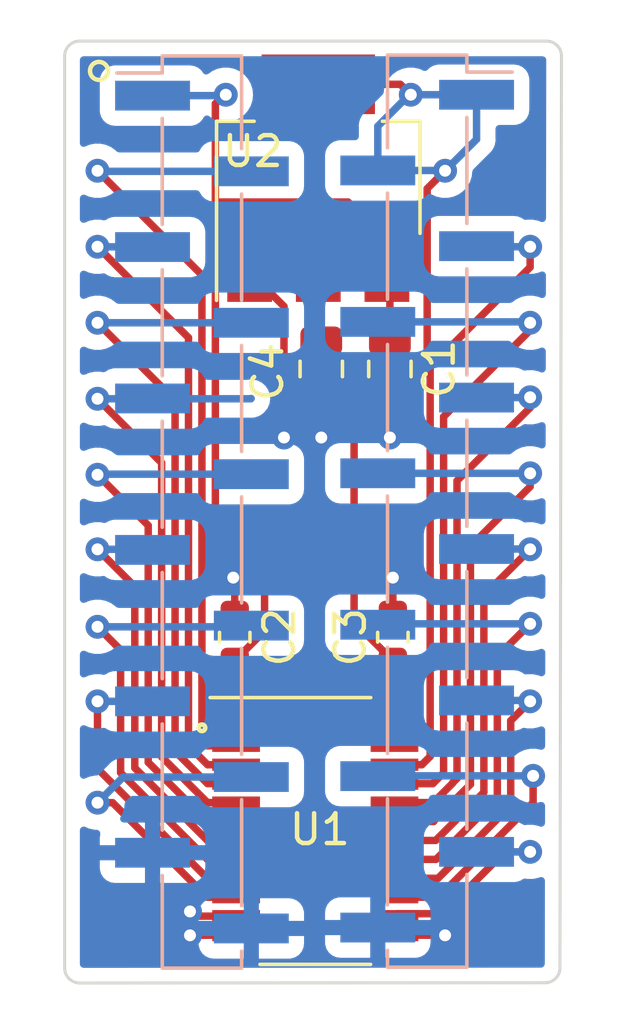
<source format=kicad_pcb>
(kicad_pcb (version 20211014) (generator pcbnew)
  (layers (0 "F.Cu" signal) (31 "B.Cu" signal) (34 "B.Paste" user) (35 "F.Paste" user) (36 "B.SilkS" user "B.Silkscreen") (37 "F.SilkS" user "F.Silkscreen") (38 "B.Mask" user) (39 "F.Mask" user) (44 "Edge.Cuts" user))
  (net 0 "")
  (net 1 "GND")
  (net 2 "+5V")
  (net 3 "+3V3")
  (net 4 "Net-(J1-Pad10)")
  (net 5 "Net-(J1-Pad9)")
  (net 6 "Net-(J1-Pad8)")
  (net 7 "Net-(J1-Pad7)")
  (net 8 "Net-(J1-Pad6)")
  (net 9 "Net-(J1-Pad5)")
  (net 10 "Net-(J1-Pad4)")
  (net 11 "Net-(J1-Pad3)")
  (net 12 "Net-(J1-Pad2)")
  (net 13 "Net-(J2-Pad11)")
  (net 14 "Net-(J2-Pad10)")
  (net 15 "Net-(J2-Pad9)")
  (net 16 "Net-(J2-Pad8)")
  (net 17 "Net-(J2-Pad7)")
  (net 18 "Net-(J2-Pad6)")
  (net 19 "Net-(J2-Pad5)")
  (net 20 "Net-(J2-Pad4)")
  (net 21 "Net-(J2-Pad3)")
  (footprint "Capacitor_SMD:C_0603_1608Metric" (layer "F.Cu") (at 117.9 71.2 90)
    (fp_text reference "C3" (at 0 -1.43 90) (layer "F.SilkS"))
    (fp_text value "100nF")
    (fp_line (start -0.162779 0.51) (end 0.162779 0.51) (layer "F.SilkS") (width 0.12))
    (fp_line (start -0.162779 -0.51) (end 0.162779 -0.51) (layer "F.SilkS") (width 0.12))
    (pad "1" smd roundrect locked (at -0.7875 0 90) (size 0.875 0.95) (layers "F.Cu" "F.Paste" "F.Mask") (net 3 "+3V3"))
    (pad "2" smd roundrect locked (at 0.7875 0 90) (size 0.875 0.95) (layers "F.Cu" "F.Paste" "F.Mask") (net 1 "GND"))
  )
  (footprint "Package_SO:QSOP-24_3.9x8.7mm_P0.635mm" (layer "F.Cu") (at 115.3 77.7)
    (fp_text reference "U1" (at 0.15 -0.05) (layer "F.SilkS"))
    (fp_text value "SN74AVC8T245PW")
    (fp_line (start -1.8543 4.475) (end 1.8543 4.475) (layer "F.SilkS") (width 0.12))
    (fp_line (start -3.525 -4.475) (end 1.8586 -4.475) (layer "F.SilkS") (width 0.12))
    (pad "1" smd rect locked (at -2.6543 -3.4925) (size 1.6 0.41) (layers "F.Cu" "F.Paste" "F.Mask") (net 2 "+5V"))
    (pad "2" smd rect locked (at -2.6543 -2.8575) (size 1.6 0.41) (layers "F.Cu" "F.Paste" "F.Mask") (net 12 "Net-(J1-Pad2)"))
    (pad "3" smd rect locked (at -2.6543 -2.2225) (size 1.6 0.41) (layers "F.Cu" "F.Paste" "F.Mask") (net 11 "Net-(J1-Pad3)"))
    (pad "4" smd rect locked (at -2.6543 -1.5875) (size 1.6 0.41) (layers "F.Cu" "F.Paste" "F.Mask") (net 10 "Net-(J1-Pad4)"))
    (pad "5" smd rect locked (at -2.6543 -0.9525) (size 1.6 0.41) (layers "F.Cu" "F.Paste" "F.Mask") (net 9 "Net-(J1-Pad5)"))
    (pad "6" smd rect locked (at -2.6543 -0.3175) (size 1.6 0.41) (layers "F.Cu" "F.Paste" "F.Mask") (net 8 "Net-(J1-Pad6)"))
    (pad "7" smd rect locked (at -2.6543 0.3175) (size 1.6 0.41) (layers "F.Cu" "F.Paste" "F.Mask") (net 7 "Net-(J1-Pad7)"))
    (pad "8" smd rect locked (at -2.6543 0.9525) (size 1.6 0.41) (layers "F.Cu" "F.Paste" "F.Mask") (net 6 "Net-(J1-Pad8)"))
    (pad "9" smd rect locked (at -2.6543 1.5875) (size 1.6 0.41) (layers "F.Cu" "F.Paste" "F.Mask") (net 5 "Net-(J1-Pad9)"))
    (pad "10" smd rect locked (at -2.6543 2.2225) (size 1.6 0.41) (layers "F.Cu" "F.Paste" "F.Mask") (net 4 "Net-(J1-Pad10)"))
    (pad "11" smd rect locked (at -2.6543 2.8575) (size 1.6 0.41) (layers "F.Cu" "F.Paste" "F.Mask") (net 1 "GND"))
    (pad "12" smd rect locked (at -2.6543 3.4925) (size 1.6 0.41) (layers "F.Cu" "F.Paste" "F.Mask") (net 1 "GND"))
    (pad "13" smd rect locked (at 2.6543 3.4925) (size 1.6 0.41) (layers "F.Cu" "F.Paste" "F.Mask") (net 1 "GND"))
    (pad "14" smd rect locked (at 2.6543 2.8575) (size 1.6 0.41) (layers "F.Cu" "F.Paste" "F.Mask") (net 13 "Net-(J2-Pad11)"))
    (pad "15" smd rect locked (at 2.6543 2.2225) (size 1.6 0.41) (layers "F.Cu" "F.Paste" "F.Mask") (net 14 "Net-(J2-Pad10)"))
    (pad "16" smd rect locked (at 2.6543 1.5875) (size 1.6 0.41) (layers "F.Cu" "F.Paste" "F.Mask") (net 15 "Net-(J2-Pad9)"))
    (pad "17" smd rect locked (at 2.6543 0.9525) (size 1.6 0.41) (layers "F.Cu" "F.Paste" "F.Mask") (net 16 "Net-(J2-Pad8)"))
    (pad "18" smd rect locked (at 2.6543 0.3175) (size 1.6 0.41) (layers "F.Cu" "F.Paste" "F.Mask") (net 17 "Net-(J2-Pad7)"))
    (pad "19" smd rect locked (at 2.6543 -0.3175) (size 1.6 0.41) (layers "F.Cu" "F.Paste" "F.Mask") (net 18 "Net-(J2-Pad6)"))
    (pad "20" smd rect locked (at 2.6543 -0.9525) (size 1.6 0.41) (layers "F.Cu" "F.Paste" "F.Mask") (net 19 "Net-(J2-Pad5)"))
    (pad "21" smd rect locked (at 2.6543 -1.5875) (size 1.6 0.41) (layers "F.Cu" "F.Paste" "F.Mask") (net 20 "Net-(J2-Pad4)"))
    (pad "22" smd rect locked (at 2.6543 -2.2225) (size 1.6 0.41) (layers "F.Cu" "F.Paste" "F.Mask") (net 21 "Net-(J2-Pad3)"))
    (pad "23" smd rect locked (at 2.6543 -2.8575) (size 1.6 0.41) (layers "F.Cu" "F.Paste" "F.Mask") (net 3 "+3V3"))
    (pad "24" smd rect locked (at 2.6543 -3.4925) (size 1.6 0.41) (layers "F.Cu" "F.Paste" "F.Mask") (net 3 "+3V3"))
  )
  (footprint "Package_TO_SOT_SMD:SOT-223-3_TabPin2" (layer "F.Cu") (at 115.4 55.8 90)
    (fp_text reference "U2" (at 0.9 -2.2 180) (layer "F.SilkS"))
    (fp_text value "LM1117-3.3")
    (fp_line (start 1.91 3.41) (end 1.91 2.15) (layer "F.SilkS") (width 0.12))
    (fp_line (start 1.91 -3.41) (end 1.91 -2.15) (layer "F.SilkS") (width 0.12))
    (fp_line (start -4.1 -3.41) (end 1.91 -3.41) (layer "F.SilkS") (width 0.12))
    (fp_line (start -1.85 3.41) (end 1.91 3.41) (layer "F.SilkS") (width 0.12))
    (pad "1" smd rect locked (at -3.15 -2.3 90) (size 2 1.5) (layers "F.Cu" "F.Paste" "F.Mask") (net 1 "GND"))
    (pad "2" smd rect locked (at 3.15 0 90) (size 2 3.8) (layers "F.Cu" "F.Paste" "F.Mask") (net 3 "+3V3"))
    (pad "2" smd rect locked (at -3.15 0 90) (size 2 1.5) (layers "F.Cu" "F.Paste" "F.Mask") (net 3 "+3V3"))
    (pad "3" smd rect locked (at -3.15 2.3 90) (size 2 1.5) (layers "F.Cu" "F.Paste" "F.Mask") (net 2 "+5V"))
  )
  (footprint "Capacitor_SMD:C_0603_1608Metric" (layer "F.Cu") (at 112.6 71.2 90)
    (fp_text reference "C2" (at 0 1.5 90) (layer "F.SilkS"))
    (fp_text value "100nF")
    (fp_line (start -0.162779 0.51) (end 0.162779 0.51) (layer "F.SilkS") (width 0.12))
    (fp_line (start -0.162779 -0.51) (end 0.162779 -0.51) (layer "F.SilkS") (width 0.12))
    (pad "1" smd roundrect locked (at -0.7875 0 90) (size 0.875 0.95) (layers "F.Cu" "F.Paste" "F.Mask") (net 2 "+5V"))
    (pad "2" smd roundrect locked (at 0.7875 0 90) (size 0.875 0.95) (layers "F.Cu" "F.Paste" "F.Mask") (net 1 "GND"))
  )
  (footprint "Capacitor_SMD:C_0805_2012Metric" (layer "F.Cu") (at 115.5 62.2 -90)
    (fp_text reference "C4" (at 0.1 1.8 90) (layer "F.SilkS"))
    (fp_text value "10uF")
    (fp_line (start -0.258578 -0.71) (end 0.258578 -0.71) (layer "F.SilkS") (width 0.12))
    (fp_line (start -0.258578 0.71) (end 0.258578 0.71) (layer "F.SilkS") (width 0.12))
    (pad "1" smd roundrect locked (at -0.9375 0 270) (size 0.975 1.4) (layers "F.Cu" "F.Paste" "F.Mask") (net 3 "+3V3"))
    (pad "2" smd roundrect locked (at 0.9375 0 270) (size 0.975 1.4) (layers "F.Cu" "F.Paste" "F.Mask") (net 1 "GND"))
  )
  (footprint "Capacitor_SMD:C_0805_2012Metric" (layer "F.Cu") (at 117.8 62.2 -90)
    (fp_text reference "C1" (at 0 -1.65 90) (layer "F.SilkS"))
    (fp_text value "22uF")
    (fp_line (start -0.258578 -0.71) (end 0.258578 -0.71) (layer "F.SilkS") (width 0.12))
    (fp_line (start -0.258578 0.71) (end 0.258578 0.71) (layer "F.SilkS") (width 0.12))
    (pad "1" smd roundrect locked (at -0.9375 0 270) (size 0.975 1.4) (layers "F.Cu" "F.Paste" "F.Mask") (net 2 "+5V"))
    (pad "2" smd roundrect locked (at 0.9375 0 270) (size 0.975 1.4) (layers "F.Cu" "F.Paste" "F.Mask") (net 1 "GND"))
  )
  (footprint "Connector_PinHeader_2.54mm:PinHeader_1x12_P2.54mm_Vertical_SMD_Pin1Left" (layer "B.Cu") (at 119.05 66.97 180)
    (fp_text reference "J2")
    (fp_text value "Conn_01x12_Male")
    (fp_line (start 1.33 -14.73) (end 1.33 -15.3) (layer "B.SilkS") (width 0.12))
    (fp_line (start -1.33 15.3) (end -1.33 14.73) (layer "B.SilkS") (width 0.12))
    (fp_line (start 1.33 10.67) (end 1.33 7.11) (layer "B.SilkS") (width 0.12))
    (fp_line (start -1.33 -7.11) (end -1.33 -10.67) (layer "B.SilkS") (width 0.12))
    (fp_line (start -1.33 8.13) (end -1.33 4.57) (layer "B.SilkS") (width 0.12))
    (fp_line (start 1.33 -9.65) (end 1.33 -13.21) (layer "B.SilkS") (width 0.12))
    (fp_line (start -1.33 14.73) (end -2.85 14.73) (layer "B.SilkS") (width 0.12))
    (fp_line (start -1.33 -12.19) (end -1.33 -15.3) (layer "B.SilkS") (width 0.12))
    (fp_line (start -1.33 15.3) (end 1.33 15.3) (layer "B.SilkS") (width 0.12))
    (fp_line (start -1.33 -15.3) (end 1.33 -15.3) (layer "B.SilkS") (width 0.12))
    (fp_line (start -1.33 13.21) (end -1.33 9.65) (layer "B.SilkS") (width 0.12))
    (fp_line (start 1.33 5.59) (end 1.33 2.03) (layer "B.SilkS") (width 0.12))
    (fp_line (start -1.33 3.05) (end -1.33 -0.51) (layer "B.SilkS") (width 0.12))
    (fp_line (start 1.33 15.3) (end 1.33 12.19) (layer "B.SilkS") (width 0.12))
    (fp_line (start -1.33 -2.03) (end -1.33 -5.59) (layer "B.SilkS") (width 0.12))
    (fp_line (start 1.33 -4.57) (end 1.33 -8.13) (layer "B.SilkS") (width 0.12))
    (fp_line (start 1.33 0.51) (end 1.33 -3.05) (layer "B.SilkS") (width 0.12))
    (pad "1" smd rect locked (at -1.655 13.97 180) (size 2.51 1) (layers "B.Cu" "B.Paste" "B.Mask") (net 3 "+3V3"))
    (pad "2" smd rect locked (at 1.655 11.43 180) (size 2.51 1) (layers "B.Cu" "B.Paste" "B.Mask") (net 3 "+3V3"))
    (pad "3" smd rect locked (at -1.655 8.89 180) (size 2.51 1) (layers "B.Cu" "B.Paste" "B.Mask") (net 21 "Net-(J2-Pad3)"))
    (pad "4" smd rect locked (at 1.655 6.35 180) (size 2.51 1) (layers "B.Cu" "B.Paste" "B.Mask") (net 20 "Net-(J2-Pad4)"))
    (pad "5" smd rect locked (at -1.655 3.81 180) (size 2.51 1) (layers "B.Cu" "B.Paste" "B.Mask") (net 19 "Net-(J2-Pad5)"))
    (pad "6" smd rect locked (at 1.655 1.27 180) (size 2.51 1) (layers "B.Cu" "B.Paste" "B.Mask") (net 18 "Net-(J2-Pad6)"))
    (pad "7" smd rect locked (at -1.655 -1.27 180) (size 2.51 1) (layers "B.Cu" "B.Paste" "B.Mask") (net 17 "Net-(J2-Pad7)"))
    (pad "8" smd rect locked (at 1.655 -3.81 180) (size 2.51 1) (layers "B.Cu" "B.Paste" "B.Mask") (net 16 "Net-(J2-Pad8)"))
    (pad "9" smd rect locked (at -1.655 -6.35 180) (size 2.51 1) (layers "B.Cu" "B.Paste" "B.Mask") (net 15 "Net-(J2-Pad9)"))
    (pad "10" smd rect locked (at 1.655 -8.89 180) (size 2.51 1) (layers "B.Cu" "B.Paste" "B.Mask") (net 14 "Net-(J2-Pad10)"))
    (pad "11" smd rect locked (at -1.655 -11.43 180) (size 2.51 1) (layers "B.Cu" "B.Paste" "B.Mask") (net 13 "Net-(J2-Pad11)"))
    (pad "12" smd rect locked (at 1.655 -13.97 180) (size 2.51 1) (layers "B.Cu" "B.Paste" "B.Mask") (net 1 "GND"))
  )
  (footprint "Connector_PinHeader_2.54mm:PinHeader_1x12_P2.54mm_Vertical_SMD_Pin1Right" (layer "B.Cu") (at 111.5 67 180)
    (fp_text reference "J1")
    (fp_text value "Conn_01x12_Male")
    (fp_line (start -1.33 10.67) (end -1.33 7.11) (layer "B.SilkS") (width 0.12))
    (fp_line (start -1.33 -14.73) (end -1.33 -15.3) (layer "B.SilkS") (width 0.12))
    (fp_line (start -1.33 15.3) (end -1.33 12.19) (layer "B.SilkS") (width 0.12))
    (fp_line (start 1.33 14.73) (end 2.85 14.73) (layer "B.SilkS") (width 0.12))
    (fp_line (start -1.33 15.3) (end 1.33 15.3) (layer "B.SilkS") (width 0.12))
    (fp_line (start 1.33 13.21) (end 1.33 9.65) (layer "B.SilkS") (width 0.12))
    (fp_line (start 1.33 -12.19) (end 1.33 -15.3) (layer "B.SilkS") (width 0.12))
    (fp_line (start -1.33 5.59) (end -1.33 2.03) (layer "B.SilkS") (width 0.12))
    (fp_line (start -1.33 -15.3) (end 1.33 -15.3) (layer "B.SilkS") (width 0.12))
    (fp_line (start 1.33 -7.11) (end 1.33 -10.67) (layer "B.SilkS") (width 0.12))
    (fp_line (start 1.33 8.13) (end 1.33 4.57) (layer "B.SilkS") (width 0.12))
    (fp_line (start -1.33 -4.57) (end -1.33 -8.13) (layer "B.SilkS") (width 0.12))
    (fp_line (start -1.33 -9.65) (end -1.33 -13.21) (layer "B.SilkS") (width 0.12))
    (fp_line (start -1.33 0.51) (end -1.33 -3.05) (layer "B.SilkS") (width 0.12))
    (fp_line (start 1.33 15.3) (end 1.33 14.73) (layer "B.SilkS") (width 0.12))
    (fp_line (start 1.33 -2.03) (end 1.33 -5.59) (layer "B.SilkS") (width 0.12))
    (fp_line (start 1.33 3.05) (end 1.33 -0.51) (layer "B.SilkS") (width 0.12))
    (pad "1" smd rect locked (at 1.655 13.97 180) (size 2.51 1) (layers "B.Cu" "B.Paste" "B.Mask") (net 2 "+5V"))
    (pad "2" smd rect locked (at -1.655 11.43 180) (size 2.51 1) (layers "B.Cu" "B.Paste" "B.Mask") (net 12 "Net-(J1-Pad2)"))
    (pad "3" smd rect locked (at 1.655 8.89 180) (size 2.51 1) (layers "B.Cu" "B.Paste" "B.Mask") (net 11 "Net-(J1-Pad3)"))
    (pad "4" smd rect locked (at -1.655 6.35 180) (size 2.51 1) (layers "B.Cu" "B.Paste" "B.Mask") (net 10 "Net-(J1-Pad4)"))
    (pad "5" smd rect locked (at 1.655 3.81 180) (size 2.51 1) (layers "B.Cu" "B.Paste" "B.Mask") (net 9 "Net-(J1-Pad5)"))
    (pad "6" smd rect locked (at -1.655 1.27 180) (size 2.51 1) (layers "B.Cu" "B.Paste" "B.Mask") (net 8 "Net-(J1-Pad6)"))
    (pad "7" smd rect locked (at 1.655 -1.27 180) (size 2.51 1) (layers "B.Cu" "B.Paste" "B.Mask") (net 7 "Net-(J1-Pad7)"))
    (pad "8" smd rect locked (at -1.655 -3.81 180) (size 2.51 1) (layers "B.Cu" "B.Paste" "B.Mask") (net 6 "Net-(J1-Pad8)"))
    (pad "9" smd rect locked (at 1.655 -6.35 180) (size 2.51 1) (layers "B.Cu" "B.Paste" "B.Mask") (net 5 "Net-(J1-Pad9)"))
    (pad "10" smd rect locked (at -1.655 -8.89 180) (size 2.51 1) (layers "B.Cu" "B.Paste" "B.Mask") (net 4 "Net-(J1-Pad10)"))
    (pad "11" smd rect locked (at 1.655 -11.43 180) (size 2.51 1) (layers "B.Cu" "B.Paste" "B.Mask") (net 1 "GND"))
    (pad "12" smd rect locked (at -1.655 -13.97 180) (size 2.51 1) (layers "B.Cu" "B.Paste" "B.Mask") (net 1 "GND"))
  )
  (gr_circle (center 111.5 74.238197) (end 111.6 74.188197) (layer "F.SilkS") (width 0.15) (fill none))
  (gr_circle (center 108.05 52.2) (end 108.311803 52.05) (layer "F.SilkS") (width 0.15) (fill none))
  (gr_line (start 123.55 51.7) (end 123.5 82.292894) (layer "Edge.Cuts") (width 0.1))
  (gr_line (start 123 82.792894) (end 107.4 82.8) (layer "Edge.Cuts") (width 0.1))
  (gr_line (start 107.4 51.2) (end 123.05 51.2) (layer "Edge.Cuts") (width 0.1))
  (gr_line (start 106.9 82.3) (end 106.9 51.7) (layer "Edge.Cuts") (width 0.1))
  (gr_arc (start 106.9 51.7) (mid 107.046447 51.346447) (end 107.4 51.2) (layer "Edge.Cuts") (width 0.1))
  (gr_arc (start 107.4 82.8) (mid 107.046447 82.653553) (end 106.9 82.3) (layer "Edge.Cuts") (width 0.1))
  (gr_arc (start 123.5 82.292894) (mid 123.353553 82.646447) (end 123 82.792894) (layer "Edge.Cuts") (width 0.1))
  (gr_arc (start 123.05 51.2) (mid 123.403553 51.346447) (end 123.55 51.7) (layer "Edge.Cuts") (width 0.1))
  (segment (start 112.6 69.25) (end 112.55 69.2) (width 0.25) (layer "F.Cu") (net 1))
  (segment (start 117.9 69.2) (end 117.9 70.4125) (width 0.25) (layer "F.Cu") (net 1))
  (segment (start 117.9543 81.1925) (end 119.65 81.2) (width 0.25) (layer "F.Cu") (net 1))
  (segment (start 111.1 80.4) (end 111.2575 80.5575) (width 0.25) (layer "F.Cu") (net 1))
  (segment (start 117.8 63.1375) (end 117.8 64.5) (width 0.25) (layer "F.Cu") (net 1))
  (segment (start 112.6457 81.1925) (end 111.1 81.2) (width 0.25) (layer "F.Cu") (net 1))
  (segment (start 111.1 80.4) (end 111.1 81.2) (width 0.25) (layer "F.Cu") (net 1))
  (segment (start 115.5 63.1375) (end 115.5 64.5) (width 0.25) (layer "F.Cu") (net 1))
  (segment (start 111.2575 80.5575) (end 112.6457 80.5575) (width 0.25) (layer "F.Cu") (net 1))
  (segment (start 114.25 60.1) (end 114.25 63) (width 0.25) (layer "F.Cu") (net 1))
  (segment (start 114.25 63) (end 115.3625 63) (width 0.25) (layer "F.Cu") (net 1))
  (segment (start 113.1 58.95) (end 114.25 60.1) (width 0.25) (layer "F.Cu") (net 1))
  (segment (start 114.25 63) (end 114.25 64.5) (width 0.25) (layer "F.Cu") (net 1))
  (segment (start 112.6 70.4125) (end 112.6 69.25) (width 0.25) (layer "F.Cu") (net 1))
  (segment (start 112.6457 80.5575) (end 112.6457 81.1925) (width 0.25) (layer "F.Cu") (net 1))
  (via (at 117.9 69.2) (size 0.8) (drill 0.4) (layers "F.Cu" "B.Cu") (net 1))
  (via (at 119.65 81.2) (size 0.8) (drill 0.4) (layers "F.Cu" "B.Cu") (net 1))
  (via (at 115.5 64.5) (size 0.8) (drill 0.4) (layers "F.Cu" "B.Cu") (net 1))
  (via (at 114.25 64.5) (size 0.8) (drill 0.4) (layers "F.Cu" "B.Cu") (net 1))
  (via (at 111.1 81.2) (size 0.8) (drill 0.4) (layers "F.Cu" "B.Cu") (net 1))
  (via (at 117.8 64.5) (size 0.8) (drill 0.4) (layers "F.Cu" "B.Cu") (net 1))
  (via (at 111.1 80.4) (size 0.8) (drill 0.4) (layers "F.Cu" "B.Cu") (net 1))
  (via (at 112.55 69.2) (size 0.8) (drill 0.4) (layers "F.Cu" "B.Cu") (net 1))
  (segment (start 117.375 57.575) (end 117.7 57.9) (width 0.25) (layer "F.Cu") (net 2))
  (segment (start 112.25 53) (end 111.95 53.3) (width 0.25) (layer "F.Cu") (net 2))
  (segment (start 112.6 71.9875) (end 113.6 70.9875) (width 0.25) (layer "F.Cu") (net 2))
  (segment (start 117.7 57.9) (end 117.7 58.95) (width 0.25) (layer "F.Cu") (net 2))
  (segment (start 111.95 56.95) (end 111.95 57.45) (width 0.25) (layer "F.Cu") (net 2))
  (segment (start 117.8 61.2625) (end 117.8 59.05) (width 0.25) (layer "F.Cu") (net 2))
  (segment (start 116.4 56.6) (end 112.3 56.6) (width 0.25) (layer "F.Cu") (net 2))
  (segment (start 113.6 70.9875) (end 113.6 69.1) (width 0.25) (layer "F.Cu") (net 2))
  (segment (start 112.6457 74.2075) (end 112.6457 72.0332) (width 0.25) (layer "F.Cu") (net 2))
  (segment (start 111.95001 60.5136) (end 111.95 60.51359) (width 0.25) (layer "F.Cu") (net 2))
  (segment (start 111.95 53.3) (end 111.95 56.95) (width 0.25) (layer "F.Cu") (net 2))
  (segment (start 117.25 57.45) (end 117.6 57.8) (width 0.25) (layer "F.Cu") (net 2))
  (segment (start 113.6 69.1) (end 111.95001 67.45001) (width 0.25) (layer "F.Cu") (net 2))
  (segment (start 111.95001 67.45001) (end 111.95001 60.0136) (width 0.25) (layer "F.Cu") (net 2))
  (segment (start 117.6 57.8) (end 116.4 56.6) (width 0.25) (layer "F.Cu") (net 2))
  (segment (start 112.3 56.6) (end 111.95 56.6) (width 0.25) (layer "F.Cu") (net 2))
  (segment (start 111.95 60.51359) (end 111.95 57.45) (width 0.25) (layer "F.Cu") (net 2))
  (segment (start 112.3 53) (end 112.25 53) (width 0.25) (layer "F.Cu") (net 2))
  (via (at 112.3 53) (size 0.8) (drill 0.4) (layers "F.Cu" "B.Cu") (net 2))
  (segment (start 112.27 53.03) (end 112.3 53) (width 0.25) (layer "B.Cu") (net 2))
  (segment (start 109.845 53.03) (end 112.27 53.03) (width 0.25) (layer "B.Cu") (net 2))
  (segment (start 116.6 70.6875) (end 117.9 71.9875) (width 0.25) (layer "F.Cu") (net 3))
  (segment (start 118.41875 62.23125) (end 116.46875 62.23125) (width 0.25) (layer "F.Cu") (net 3))
  (segment (start 119.65 55.55) (end 119.04998 56.15002) (width 0.25) (layer "F.Cu") (net 3))
  (segment (start 117.9543 74.8425) (end 117.9543 74.2075) (width 0.25) (layer "F.Cu") (net 3))
  (segment (start 119.04998 61.60002) (end 118.41875 62.23125) (width 0.25) (layer "F.Cu") (net 3))
  (segment (start 119.04998 56.15002) (end 119.04998 61.60002) (width 0.25) (layer "F.Cu") (net 3))
  (segment (start 115.4 52.65) (end 118.15 52.65) (width 0.25) (layer "F.Cu") (net 3))
  (segment (start 115.5 61.2625) (end 116.6 62.3625) (width 0.25) (layer "F.Cu") (net 3))
  (segment (start 116.6 64.2) (end 116.6 64.373002) (width 0.25) (layer "F.Cu") (net 3))
  (segment (start 116.6 62.3625) (end 116.6 64.2) (width 0.25) (layer "F.Cu") (net 3))
  (segment (start 115.5 61.2625) (end 115.5 59.05) (width 0.25) (layer "F.Cu") (net 3))
  (segment (start 116.6 64.2) (end 116.6 70.6875) (width 0.25) (layer "F.Cu") (net 3))
  (segment (start 118.15 52.65) (end 118.5 53) (width 0.25) (layer "F.Cu") (net 3))
  (segment (start 117.9 71.9875) (end 117.9 74.1532) (width 0.25) (layer "F.Cu") (net 3))
  (via (at 119.65 55.55) (size 0.8) (drill 0.4) (layers "F.Cu" "B.Cu") (net 3))
  (via (at 118.5 53) (size 0.8) (drill 0.4) (layers "F.Cu" "B.Cu") (net 3))
  (segment (start 117.395 55.54) (end 119.64 55.54) (width 0.25) (layer "B.Cu") (net 3))
  (segment (start 117.395 54.055) (end 117.395 55.54) (width 0.25) (layer "B.Cu") (net 3))
  (segment (start 119.64 55.54) (end 119.65 55.55) (width 0.25) (layer "B.Cu") (net 3))
  (segment (start 118.45 53) (end 117.395 54.055) (width 0.25) (layer "B.Cu") (net 3))
  (segment (start 120.705 54.495) (end 119.65 55.55) (width 0.25) (layer "B.Cu") (net 3))
  (segment (start 118.5 53) (end 118.45 53) (width 0.25) (layer "B.Cu") (net 3))
  (segment (start 120.705 53) (end 120.705 54.495) (width 0.25) (layer "B.Cu") (net 3))
  (segment (start 120.705 53) (end 118.5 53) (width 0.25) (layer "B.Cu") (net 3))
  (segment (start 108.506918 76.75) (end 108 76.75) (width 0.25) (layer "F.Cu") (net 4))
  (segment (start 112.6457 79.9225) (end 111.679418 79.9225) (width 0.25) (layer "F.Cu") (net 4))
  (segment (start 111.679418 79.9225) (end 108.506918 76.75) (width 0.25) (layer "F.Cu") (net 4))
  (via (at 108 76.75) (size 0.8) (drill 0.4) (layers "F.Cu" "B.Cu") (net 4))
  (segment (start 108.86 75.89) (end 108 76.75) (width 0.25) (layer "B.Cu") (net 4))
  (segment (start 113.15 75.89) (end 108.86 75.89) (width 0.25) (layer "B.Cu") (net 4))
  (segment (start 108 73.35) (end 108 75.606672) (width 0.25) (layer "F.Cu") (net 5))
  (segment (start 108 75.606672) (end 111.680828 79.2875) (width 0.25) (layer "F.Cu") (net 5))
  (segment (start 111.680828 79.2875) (end 112.6457 79.2875) (width 0.25) (layer "F.Cu") (net 5))
  (via (at 108 73.35) (size 0.8) (drill 0.4) (layers "F.Cu" "B.Cu") (net 5))
  (segment (start 109.85 73.35) (end 108 73.35) (width 0.25) (layer "B.Cu") (net 5))
  (segment (start 112.6457 78.6525) (end 111.682238 78.6525) (width 0.25) (layer "F.Cu") (net 6))
  (segment (start 111.682238 78.6525) (end 108.775001 75.745263) (width 0.25) (layer "F.Cu") (net 6))
  (segment (start 108.775001 75.745263) (end 108.775001 71.625001) (width 0.25) (layer "F.Cu") (net 6))
  (segment (start 108.775001 71.625001) (end 108 70.85) (width 0.25) (layer "F.Cu") (net 6))
  (via (at 108 70.85) (size 0.8) (drill 0.4) (layers "F.Cu" "B.Cu") (net 6))
  (segment (start 113.11 70.85) (end 108 70.85) (width 0.25) (layer "B.Cu") (net 6))
  (segment (start 109.24995 69.49995) (end 108 68.25) (width 0.25) (layer "F.Cu") (net 7))
  (segment (start 111.683648 78.0175) (end 109.24995 75.583802) (width 0.25) (layer "F.Cu") (net 7))
  (segment (start 112.6457 78.0175) (end 111.683648 78.0175) (width 0.25) (layer "F.Cu") (net 7))
  (segment (start 109.24995 75.583802) (end 109.24995 69.49995) (width 0.25) (layer "F.Cu") (net 7))
  (via (at 108 68.25) (size 0.8) (drill 0.4) (layers "F.Cu" "B.Cu") (net 7))
  (segment (start 109.83 68.25) (end 108 68.25) (width 0.25) (layer "B.Cu") (net 7))
  (segment (start 112.6457 77.3825) (end 111.685058 77.3825) (width 0.25) (layer "F.Cu") (net 8))
  (segment (start 109.69996 67.44996) (end 108 65.75) (width 0.25) (layer "F.Cu") (net 8))
  (segment (start 111.685058 77.3825) (end 109.69996 75.397402) (width 0.25) (layer "F.Cu") (net 8))
  (segment (start 109.69996 75.397402) (end 109.69996 67.44996) (width 0.25) (layer "F.Cu") (net 8))
  (via (at 108 65.75) (size 0.8) (drill 0.4) (layers "F.Cu" "B.Cu") (net 8))
  (segment (start 108.02 65.73) (end 108 65.75) (width 0.25) (layer "B.Cu") (net 8))
  (segment (start 113.15 65.73) (end 108.02 65.73) (width 0.25) (layer "B.Cu") (net 8))
  (segment (start 111.686468 76.7475) (end 110.14997 75.211002) (width 0.25) (layer "F.Cu") (net 9))
  (segment (start 112.6457 76.7475) (end 111.686468 76.7475) (width 0.25) (layer "F.Cu") (net 9))
  (segment (start 110.14997 75.211002) (end 110.14997 65.34997) (width 0.25) (layer "F.Cu") (net 9))
  (segment (start 110.14997 65.34997) (end 108 63.2) (width 0.25) (layer "F.Cu") (net 9))
  (via (at 108 63.2) (size 0.8) (drill 0.4) (layers "F.Cu" "B.Cu") (net 9))
  (segment (start 113.14 63.2) (end 108 63.2) (width 0.25) (layer "B.Cu") (net 9))
  (segment (start 113.15 63.19) (end 113.14 63.2) (width 0.25) (layer "B.Cu") (net 9))
  (segment (start 111.687878 76.1125) (end 110.59998 75.024602) (width 0.25) (layer "F.Cu") (net 10))
  (segment (start 110.59998 75.024602) (end 110.59998 63.24998) (width 0.25) (layer "F.Cu") (net 10))
  (segment (start 110.59998 63.24998) (end 108 60.65) (width 0.25) (layer "F.Cu") (net 10))
  (segment (start 112.6457 76.1125) (end 111.687878 76.1125) (width 0.25) (layer "F.Cu") (net 10))
  (via (at 108 60.65) (size 0.8) (drill 0.4) (layers "F.Cu" "B.Cu") (net 10))
  (segment (start 113.15 60.65) (end 108 60.65) (width 0.25) (layer "B.Cu") (net 10))
  (segment (start 112.6457 75.4775) (end 111.689288 75.4775) (width 0.25) (layer "F.Cu") (net 11))
  (segment (start 111.04999 61.14999) (end 108 58.1) (width 0.25) (layer "F.Cu") (net 11))
  (segment (start 111.04999 74.838202) (end 111.04999 61.14999) (width 0.25) (layer "F.Cu") (net 11))
  (segment (start 111.689288 75.4775) (end 111.04999 74.838202) (width 0.25) (layer "F.Cu") (net 11))
  (via (at 108 58.1) (size 0.8) (drill 0.4) (layers "F.Cu" "B.Cu") (net 11))
  (segment (start 109.85 58.11) (end 108 58.1) (width 0.25) (layer "B.Cu") (net 11))
  (segment (start 111.690698 74.8425) (end 111.6 74.751802) (width 0.25) (layer "F.Cu") (net 12))
  (segment (start 111.5 74.651802) (end 111.5 59.05) (width 0.25) (layer "F.Cu") (net 12))
  (segment (start 112.6457 74.8425) (end 111.690698 74.8425) (width 0.25) (layer "F.Cu") (net 12))
  (segment (start 111.585699 74.737501) (end 111.5 74.651802) (width 0.25) (layer "F.Cu") (net 12))
  (segment (start 111.6 74.751802) (end 111.6 74.737501) (width 0.25) (layer "F.Cu") (net 12))
  (segment (start 111.6 74.737501) (end 111.585699 74.737501) (width 0.25) (layer "F.Cu") (net 12))
  (segment (start 108 55.55) (end 111.5 59.05) (width 0.25) (layer "F.Cu") (net 12))
  (via (at 108 55.55) (size 0.8) (drill 0.4) (layers "F.Cu" "B.Cu") (net 12))
  (segment (start 108 55.55) (end 108.02 55.57) (width 0.25) (layer "B.Cu") (net 12))
  (segment (start 108.02 55.57) (end 113.15 55.57) (width 0.25) (layer "B.Cu") (net 12))
  (segment (start 121.65 78.4) (end 119.575001 80.474999) (width 0.25) (layer "F.Cu") (net 13))
  (segment (start 118.036801 80.474999) (end 117.9543 80.5575) (width 0.25) (layer "F.Cu") (net 13))
  (segment (start 122.5 78.4) (end 121.65 78.4) (width 0.25) (layer "F.Cu") (net 13))
  (segment (start 119.575001 80.474999) (end 118.036801 80.474999) (width 0.25) (layer "F.Cu") (net 13))
  (via (at 122.5 78.4) (size 0.8) (drill 0.4) (layers "F.Cu" "B.Cu") (net 13))
  (segment (start 120.705 78.4) (end 122.5 78.4) (width 0.25) (layer "B.Cu") (net 13))
  (segment (start 122.6 76.75) (end 119.4275 79.9225) (width 0.25) (layer "F.Cu") (net 14))
  (segment (start 119.4275 79.9225) (end 117.9543 79.9225) (width 0.25) (layer "F.Cu") (net 14))
  (segment (start 122.6 75.85) (end 122.6 76.75) (width 0.25) (layer "F.Cu") (net 14))
  (via (at 122.6 75.85) (size 0.8) (drill 0.4) (layers "F.Cu" "B.Cu") (net 14))
  (segment (start 117.405 75.85) (end 122.6 75.85) (width 0.25) (layer "B.Cu") (net 14))
  (segment (start 122.5 73.35) (end 121.85006 73.99994) (width 0.25) (layer "F.Cu") (net 15))
  (segment (start 121.85006 76.84994) (end 119.4125 79.2875) (width 0.25) (layer "F.Cu") (net 15))
  (segment (start 119.4125 79.2875) (end 117.9543 79.2875) (width 0.25) (layer "F.Cu") (net 15))
  (segment (start 121.85006 73.99994) (end 121.85006 76.84994) (width 0.25) (layer "F.Cu") (net 15))
  (via (at 122.5 73.35) (size 0.8) (drill 0.4) (layers "F.Cu" "B.Cu") (net 15))
  (segment (start 122.5 73.35) (end 122.47 73.32) (width 0.25) (layer "B.Cu") (net 15))
  (segment (start 122.47 73.32) (end 120.705 73.32) (width 0.25) (layer "B.Cu") (net 15))
  (segment (start 122.5 70.75) (end 121.40005 71.84995) (width 0.25) (layer "F.Cu") (net 16))
  (segment (start 121.25 76.75) (end 119.3475 78.6525) (width 0.25) (layer "F.Cu") (net 16))
  (segment (start 121.25 76.73641) (end 121.25 76.75) (width 0.25) (layer "F.Cu") (net 16))
  (segment (start 119.3475 78.6525) (end 117.9543 78.6525) (width 0.25) (layer "F.Cu") (net 16))
  (segment (start 121.40005 76.58636) (end 121.25 76.73641) (width 0.25) (layer "F.Cu") (net 16))
  (segment (start 121.40005 71.84995) (end 121.40005 76.58636) (width 0.25) (layer "F.Cu") (net 16))
  (via (at 122.5 70.75) (size 0.8) (drill 0.4) (layers "F.Cu" "B.Cu") (net 16))
  (segment (start 117.425 70.75) (end 122.5 70.75) (width 0.25) (layer "B.Cu") (net 16))
  (segment (start 122.5 68.25) (end 120.95004 69.79996) (width 0.25) (layer "F.Cu") (net 17))
  (segment (start 120.95004 76.39996) (end 119.3325 78.0175) (width 0.25) (layer "F.Cu") (net 17))
  (segment (start 119.3325 78.0175) (end 117.9543 78.0175) (width 0.25) (layer "F.Cu") (net 17))
  (segment (start 120.95004 69.79996) (end 120.95004 76.39996) (width 0.25) (layer "F.Cu") (net 17))
  (via (at 122.5 68.25) (size 0.8) (drill 0.4) (layers "F.Cu" "B.Cu") (net 17))
  (segment (start 122.5 68.25) (end 122.49 68.24) (width 0.25) (layer "B.Cu") (net 17))
  (segment (start 122.49 68.24) (end 120.705 68.24) (width 0.25) (layer "B.Cu") (net 17))
  (segment (start 120.50003 68.14997) (end 120.50003 76.13638) (width 0.25) (layer "F.Cu") (net 18))
  (segment (start 122.5 66.15) (end 120.50003 68.14997) (width 0.25) (layer "F.Cu") (net 18))
  (segment (start 120.50003 76.13638) (end 119.2675 77.36891) (width 0.25) (layer "F.Cu") (net 18))
  (segment (start 119.2675 77.3825) (end 117.9543 77.3825) (width 0.25) (layer "F.Cu") (net 18))
  (segment (start 119.2675 77.36891) (end 119.2675 77.3825) (width 0.25) (layer "F.Cu") (net 18))
  (segment (start 122.5 65.7) (end 122.5 66.15) (width 0.25) (layer "F.Cu") (net 18))
  (via (at 122.5 65.7) (size 0.8) (drill 0.4) (layers "F.Cu" "B.Cu") (net 18))
  (segment (start 117.395 65.7) (end 122.5 65.7) (width 0.25) (layer "B.Cu") (net 18))
  (segment (start 122.5 63.5) (end 120.05002 65.94998) (width 0.25) (layer "F.Cu") (net 19))
  (segment (start 120.05002 75.93639) (end 119.9 76.08641) (width 0.25) (layer "F.Cu") (net 19))
  (segment (start 119.9 76.08641) (end 119.9 76.1) (width 0.25) (layer "F.Cu") (net 19))
  (segment (start 119.2525 76.7475) (end 117.9543 76.7475) (width 0.25) (layer "F.Cu") (net 19))
  (segment (start 120.05002 65.94998) (end 120.05002 75.93639) (width 0.25) (layer "F.Cu") (net 19))
  (segment (start 119.9 76.1) (end 119.2525 76.7475) (width 0.25) (layer "F.Cu") (net 19))
  (segment (start 122.5 63.15) (end 122.5 63.5) (width 0.25) (layer "F.Cu") (net 19))
  (via (at 122.5 63.15) (size 0.8) (drill 0.4) (layers "F.Cu" "B.Cu") (net 19))
  (segment (start 122.49 63.16) (end 120.705 63.16) (width 0.25) (layer "B.Cu") (net 19))
  (segment (start 122.5 63.15) (end 122.49 63.16) (width 0.25) (layer "B.Cu") (net 19))
  (segment (start 122.5 60.9) (end 119.60001 63.79999) (width 0.25) (layer "F.Cu") (net 20))
  (segment (start 119.60001 75.74999) (end 119.2375 76.1125) (width 0.25) (layer "F.Cu") (net 20))
  (segment (start 122.5 60.65) (end 122.5 60.9) (width 0.25) (layer "F.Cu") (net 20))
  (segment (start 119.60001 63.79999) (end 119.60001 75.74999) (width 0.25) (layer "F.Cu") (net 20))
  (segment (start 119.2375 76.1125) (end 117.9543 76.1125) (width 0.25) (layer "F.Cu") (net 20))
  (via (at 122.5 60.65) (size 0.8) (drill 0.4) (layers "F.Cu" "B.Cu") (net 20))
  (segment (start 122.5 60.65) (end 122.47 60.62) (width 0.25) (layer "B.Cu") (net 20))
  (segment (start 122.47 60.62) (end 117.395 60.62) (width 0.25) (layer "B.Cu") (net 20))
  (segment (start 119.15 75.2) (end 118.8725 75.4775) (width 0.25) (layer "F.Cu") (net 21))
  (segment (start 118.8725 75.4775) (end 117.9543 75.4775) (width 0.25) (layer "F.Cu") (net 21))
  (segment (start 122.5 58.78641) (end 119.15 62.13641) (width 0.25) (layer "F.Cu") (net 21))
  (segment (start 119.15 62.13641) (end 119.15 75.2) (width 0.25) (layer "F.Cu") (net 21))
  (segment (start 122.5 58.1) (end 122.5 58.78641) (width 0.25) (layer "F.Cu") (net 21))
  (via (at 122.5 58.1) (size 0.8) (drill 0.4) (layers "F.Cu" "B.Cu") (net 21))
  (segment (start 120.725 58.1) (end 120.705 58.08) (width 0.25) (layer "B.Cu") (net 21))
  (segment (start 122.5 58.1) (end 120.725 58.1) (width 0.25) (layer "B.Cu") (net 21))
  (zone (net 1) (net_name "GND") (layer "B.Cu") (connect_pads (clearance 0.508)) (min_thickness 0.254) (fill yes (thermal_gap 0.508) (thermal_bridge_width 0.508))
    (polygon (pts (xy 123.528857 82.825112) (xy 106.921904 82.799394) (xy 106.875926 51.194266) (xy 123.476489 51.187156)))
  )
)
</source>
